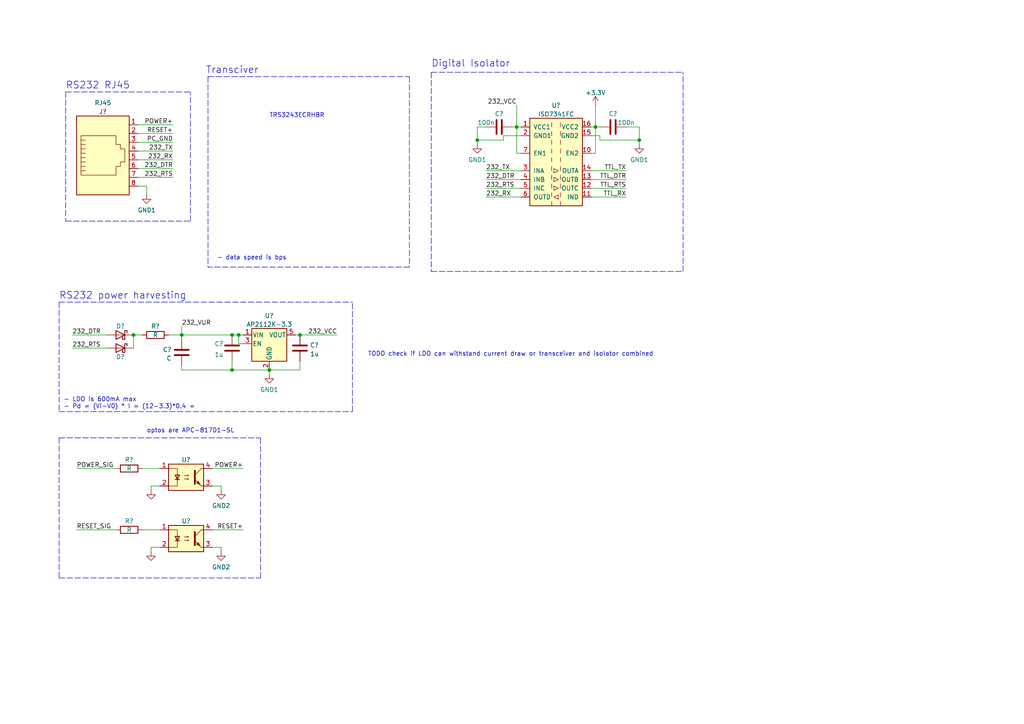
<source format=kicad_sch>
(kicad_sch (version 20211123) (generator eeschema)
  (paper "A4")
  (lib_symbols
    (symbol "Connector:RJ45" (pin_names (offset 1.016))
      (property "Reference" "J" (at -5.08 13.97 0))
      (property "Value" "RJ45" (at 2.54 13.97 0))
      (symbol "RJ45_0_1"
        (polyline (pts (xy -5.08 4.445) (xy -6.35 4.445)))
        (polyline (pts (xy -5.08 5.715) (xy -6.35 5.715)))
        (polyline (pts (xy -6.35 -3.175) (xy -5.08 -3.175) (xy -5.08 -3.175)))
        (polyline (pts (xy -6.35 -1.905) (xy -5.08 -1.905) (xy -5.08 -1.905)))
        (polyline (pts (xy -6.35 -0.635) (xy -5.08 -0.635) (xy -5.08 -0.635)))
        (polyline (pts (xy -6.35 0.635) (xy -5.08 0.635) (xy -5.08 0.635)))
        (polyline (pts (xy -6.35 1.905) (xy -5.08 1.905) (xy -5.08 1.905)))
        (polyline (pts (xy -5.08 3.175) (xy -6.35 3.175) (xy -6.35 3.175)))
        (polyline (pts (xy -6.35 -4.445) (xy -6.35 6.985) (xy 3.81 6.985) (xy 3.81 4.445) (xy 5.08 4.445) (xy 5.08 3.175) (xy 6.35 3.175) (xy 6.35 -0.635) (xy 5.08 -0.635) (xy 5.08 -1.905) (xy 3.81 -1.905) (xy 3.81 -4.445) (xy -6.35 -4.445) (xy -6.35 -4.445)))
        (rectangle (start 7.62 12.7) (end -7.62 -10.16) (stroke (width 0.254)) (fill (type background)))
      )
      (symbol "RJ45_1_1"
        (pin passive line (at 10.16 -7.62 180) (length 2.54) (name "~") (number "1"))
        (pin passive line (at 10.16 -5.08 180) (length 2.54) (name "~") (number "2"))
        (pin passive line (at 10.16 -2.54 180) (length 2.54) (name "~") (number "3"))
        (pin passive line (at 10.16 0 180) (length 2.54) (name "~") (number "4"))
        (pin passive line (at 10.16 2.54 180) (length 2.54) (name "~") (number "5"))
        (pin passive line (at 10.16 5.08 180) (length 2.54) (name "~") (number "6"))
        (pin passive line (at 10.16 7.62 180) (length 2.54) (name "~") (number "7"))
        (pin passive line (at 10.16 10.16 180) (length 2.54) (name "~") (number "8"))
      )
    )
    (symbol "Device:C" (pin_numbers hide) (pin_names (offset 0.254))
      (property "Reference" "C" (at 0.635 2.54 0))
      (property "Value" "C" (at 0.635 -2.54 0))
      (symbol "C_0_1"
        (polyline (pts (xy -2.032 -0.762) (xy 2.032 -0.762)) (stroke (width 0.508)))
        (polyline (pts (xy -2.032 0.762) (xy 2.032 0.762)) (stroke (width 0.508)))
      )
      (symbol "C_1_1"
        (pin passive line (at 0 3.81 270) (length 2.794) (name "~") (number "1"))
        (pin passive line (at 0 -3.81 90) (length 2.794) (name "~") (number "2"))
      )
    )
    (symbol "Device:D_Schottky" (pin_numbers hide) (pin_names (offset 1.016) hide)
      (property "Reference" "D" (at 0 2.54 0))
      (property "Value" "D_Schottky" (at 0 -2.54 0))
      (symbol "D_Schottky_0_1"
        (polyline (pts (xy 1.27 0) (xy -1.27 0)))
        (polyline (pts (xy 1.27 1.27) (xy 1.27 -1.27) (xy -1.27 0) (xy 1.27 1.27)) (stroke (width 0.254)))
        (polyline (pts (xy -1.905 0.635) (xy -1.905 1.27) (xy -1.27 1.27) (xy -1.27 -1.27) (xy -0.635 -1.27) (xy -0.635 -0.635)) (stroke (width 0.254)))
      )
      (symbol "D_Schottky_1_1"
        (pin passive line (at -3.81 0 0) (length 2.54) (name "K") (number "1"))
        (pin passive line (at 3.81 0 180) (length 2.54) (name "A") (number "2"))
      )
    )
    (symbol "Device:R" (pin_numbers hide) (pin_names (offset 0))
      (property "Reference" "R" (at 2.032 0 90))
      (property "Value" "R" (at 0 0 90))
      (symbol "R_0_1"
        (rectangle (start -1.016 -2.54) (end 1.016 2.54) (stroke (width 0.254)))
      )
      (symbol "R_1_1"
        (pin passive line (at 0 3.81 270) (length 1.27) (name "~") (number "1"))
        (pin passive line (at 0 -3.81 90) (length 1.27) (name "~") (number "2"))
      )
    )
    (symbol "Isolator:ISO7341FC" (pin_names (offset 1.016))
      (property "Reference" "U" (at 0 15.875 0))
      (property "Value" "ISO7341FC" (at 0 13.97 0))
      (symbol "ISO7341FC_0_1"
        (rectangle (start -7.62 12.7) (end 7.62 -12.7) (stroke (width 0.254)) (fill (type background)))
        (polyline (pts (xy -1.27 -11.43) (xy -1.27 -12.7)))
        (polyline (pts (xy -1.27 -8.89) (xy -1.27 -10.16)))
        (polyline (pts (xy -1.27 -6.35) (xy -1.27 -7.62)))
        (polyline (pts (xy -1.27 -3.81) (xy -1.27 -5.08)))
        (polyline (pts (xy -1.27 -1.27) (xy -1.27 -2.54)))
        (polyline (pts (xy -1.27 1.27) (xy -1.27 0)))
        (polyline (pts (xy -1.27 3.81) (xy -1.27 2.54)))
        (polyline (pts (xy -1.27 6.35) (xy -1.27 5.08)))
        (polyline (pts (xy -1.27 8.89) (xy -1.27 7.62)))
        (polyline (pts (xy -1.27 11.43) (xy -1.27 10.16)))
        (polyline (pts (xy 1.27 -11.43) (xy 1.27 -12.7)))
        (polyline (pts (xy 1.27 -8.89) (xy 1.27 -10.16)))
        (polyline (pts (xy 1.27 -6.35) (xy 1.27 -7.62)))
        (polyline (pts (xy 1.27 -3.81) (xy 1.27 -5.08)))
        (polyline (pts (xy 1.27 -1.27) (xy 1.27 -2.54)))
        (polyline (pts (xy 1.27 1.27) (xy 1.27 0)))
        (polyline (pts (xy 1.27 3.81) (xy 1.27 2.54)))
        (polyline (pts (xy 1.27 6.35) (xy 1.27 5.08)))
        (polyline (pts (xy 1.27 8.89) (xy 1.27 7.62)))
        (polyline (pts (xy 1.27 11.43) (xy 1.27 10.16)))
        (polyline (pts (xy -0.635 -10.16) (xy 0.635 -9.525) (xy 0.635 -10.795) (xy -0.635 -10.16)))
        (polyline (pts (xy -0.635 -6.985) (xy -0.635 -8.255) (xy 0.635 -7.62) (xy -0.635 -6.985)))
        (polyline (pts (xy -0.635 -4.445) (xy -0.635 -5.715) (xy 0.635 -5.08) (xy -0.635 -4.445)))
        (polyline (pts (xy -0.635 -1.905) (xy -0.635 -3.175) (xy 0.635 -2.54) (xy -0.635 -1.905)))
      )
      (symbol "ISO7341FC_1_1"
        (pin power_in line (at -10.16 10.16 0) (length 2.54) (name "VCC1") (number "1"))
        (pin input line (at 10.16 2.54 180) (length 2.54) (name "EN2") (number "10"))
        (pin input line (at 10.16 -10.16 180) (length 2.54) (name "IND") (number "11"))
        (pin output line (at 10.16 -7.62 180) (length 2.54) (name "OUTC") (number "12"))
        (pin output line (at 10.16 -5.08 180) (length 2.54) (name "OUTB") (number "13"))
        (pin output line (at 10.16 -2.54 180) (length 2.54) (name "OUTA") (number "14"))
        (pin power_in line (at 10.16 7.62 180) (length 2.54) (name "GND2") (number "15"))
        (pin power_in line (at 10.16 10.16 180) (length 2.54) (name "VCC2") (number "16"))
        (pin power_in line (at -10.16 7.62 0) (length 2.54) (name "GND1") (number "2"))
        (pin input line (at -10.16 -2.54 0) (length 2.54) (name "INA") (number "3"))
        (pin input line (at -10.16 -5.08 0) (length 2.54) (name "INB") (number "4"))
        (pin input line (at -10.16 -7.62 0) (length 2.54) (name "INC") (number "5"))
        (pin output line (at -10.16 -10.16 0) (length 2.54) (name "OUTD") (number "6"))
        (pin input line (at -10.16 2.54 0) (length 2.54) (name "EN1") (number "7"))
        (pin passive line (at -10.16 7.62 0) (length 2.54) hide (name "GND1") (number "8"))
        (pin passive line (at 10.16 7.62 180) (length 2.54) hide (name "GND2") (number "9"))
      )
    )
    (symbol "Isolator:PC817" (pin_names (offset 1.016))
      (property "Reference" "U" (at -5.08 5.08 0))
      (property "Value" "PC817" (at 0 5.08 0))
      (symbol "PC817_0_1"
        (rectangle (start -5.08 3.81) (end 5.08 -3.81) (stroke (width 0.254)) (fill (type background)))
        (polyline (pts (xy -3.175 -0.635) (xy -1.905 -0.635)) (stroke (width 0.254)))
        (polyline (pts (xy 2.54 0.635) (xy 4.445 2.54)))
        (polyline (pts (xy 4.445 -2.54) (xy 2.54 -0.635)) (fill (type outline)))
        (polyline (pts (xy 4.445 -2.54) (xy 5.08 -2.54)))
        (polyline (pts (xy 4.445 2.54) (xy 5.08 2.54)))
        (polyline (pts (xy -5.08 2.54) (xy -2.54 2.54) (xy -2.54 -0.635)))
        (polyline (pts (xy -2.54 -0.635) (xy -2.54 -2.54) (xy -5.08 -2.54)))
        (polyline (pts (xy 2.54 1.905) (xy 2.54 -1.905) (xy 2.54 -1.905)) (stroke (width 0.508)))
        (polyline (pts (xy -2.54 -0.635) (xy -3.175 0.635) (xy -1.905 0.635) (xy -2.54 -0.635)) (stroke (width 0.254)))
        (polyline (pts (xy -0.508 -0.508) (xy 0.762 -0.508) (xy 0.381 -0.635) (xy 0.381 -0.381) (xy 0.762 -0.508)))
        (polyline (pts (xy -0.508 0.508) (xy 0.762 0.508) (xy 0.381 0.381) (xy 0.381 0.635) (xy 0.762 0.508)))
        (polyline (pts (xy 3.048 -1.651) (xy 3.556 -1.143) (xy 4.064 -2.159) (xy 3.048 -1.651) (xy 3.048 -1.651)) (fill (type outline)))
      )
      (symbol "PC817_1_1"
        (pin passive line (at -7.62 2.54 0) (length 2.54) (name "~") (number "1"))
        (pin passive line (at -7.62 -2.54 0) (length 2.54) (name "~") (number "2"))
        (pin passive line (at 7.62 -2.54 180) (length 2.54) (name "~") (number "3"))
        (pin passive line (at 7.62 2.54 180) (length 2.54) (name "~") (number "4"))
      )
    )
    (symbol "Regulator_Linear:AP2112K-3.3" (pin_names (offset 0.254))
      (property "Reference" "U" (at -5.08 5.715 0))
      (property "Value" "AP2112K-3.3" (at 0 5.715 0))
      (symbol "AP2112K-3.3_0_1"
        (rectangle (start -5.08 4.445) (end 5.08 -5.08) (stroke (width 0.254)) (fill (type background)))
      )
      (symbol "AP2112K-3.3_1_1"
        (pin power_in line (at -7.62 2.54 0) (length 2.54) (name "VIN") (number "1"))
        (pin power_in line (at 0 -7.62 90) (length 2.54) (name "GND") (number "2"))
        (pin input line (at -7.62 0 0) (length 2.54) (name "EN") (number "3"))
        (pin no_connect line (at 5.08 0 180) (length 2.54) hide (name "NC") (number "4"))
        (pin power_out line (at 7.62 2.54 180) (length 2.54) (name "VOUT") (number "5"))
      )
    )
    (symbol "power:+3.3V" (power) (pin_names (offset 0))
      (property "Value" "+3.3V" (at 0 3.556 0))
      (symbol "+3.3V_0_1"
        (polyline (pts (xy -0.762 1.27) (xy 0 2.54)))
        (polyline (pts (xy 0 0) (xy 0 2.54)))
        (polyline (pts (xy 0 2.54) (xy 0.762 1.27)))
      )
      (symbol "+3.3V_1_1"
        (pin power_in line (at 0 0 90) (length 0) hide (name "+3.3V") (number "1"))
      )
    )
    (symbol "power:GND" (power) (pin_names (offset 0))
      (property "Value" "GND" (at 0 -3.81 0))
      (symbol "GND_0_1"
        (polyline (pts (xy 0 0) (xy 0 -1.27) (xy 1.27 -1.27) (xy 0 -2.54) (xy -1.27 -1.27) (xy 0 -1.27)))
      )
      (symbol "GND_1_1"
        (pin power_in line (at 0 0 270) (length 0) hide (name "GND") (number "1"))
      )
    )
    (symbol "power:GND1" (power) (pin_names (offset 0))
      (property "Value" "GND1" (at 0 -3.81 0))
      (symbol "GND1_0_1"
        (polyline (pts (xy 0 0) (xy 0 -1.27) (xy 1.27 -1.27) (xy 0 -2.54) (xy -1.27 -1.27) (xy 0 -1.27)))
      )
      (symbol "GND1_1_1"
        (pin power_in line (at 0 0 270) (length 0) hide (name "GND1") (number "1"))
      )
    )
    (symbol "power:GND2" (power) (pin_names (offset 0))
      (property "Value" "GND2" (at 0 -3.81 0))
      (symbol "GND2_0_1"
        (polyline (pts (xy 0 0) (xy 0 -1.27) (xy 1.27 -1.27) (xy 0 -2.54) (xy -1.27 -1.27) (xy 0 -1.27)))
      )
      (symbol "GND2_1_1"
        (pin power_in line (at 0 0 270) (length 0) hide (name "GND2") (number "1"))
      )
    )
  )
  (junction (at 38.735 97.155))
  (junction (at 185.42 40.64))
  (junction (at 78.105 107.315))
  (junction (at 172.72 36.83))
  (junction (at 149.86 36.83))
  (junction (at 138.43 40.64))
  (junction (at 67.31 107.315))
  (junction (at 86.995 97.155))
  (junction (at 67.31 97.155))
  (junction (at 69.215 97.155))
  (junction (at 52.705 97.155))
  (polyline (pts (xy 17.145 127) (xy 75.565 127)))
  (wire (pts (xy 41.275 97.155) (xy 38.735 97.155)))
  (wire (pts (xy 43.815 158.75) (xy 46.355 158.75)))
  (wire (pts (xy 146.05 39.37) (xy 146.05 40.64)))
  (wire (pts (xy 43.815 158.75) (xy 43.815 160.02)))
  (wire (pts (xy 50.165 46.355) (xy 40.005 46.355)))
  (wire (pts (xy 151.13 39.37) (xy 146.05 39.37)))
  (wire (pts (xy 172.72 30.48) (xy 172.72 36.83)))
  (wire (pts (xy 31.115 97.155) (xy 20.955 97.155)))
  (wire (pts (xy 85.725 97.155) (xy 86.995 97.155)))
  (wire (pts (xy 171.45 54.61) (xy 181.61 54.61)))
  (wire (pts (xy 64.135 140.97) (xy 64.135 142.24)))
  (wire (pts (xy 69.215 99.695) (xy 70.485 99.695)))
  (wire (pts (xy 138.43 40.64) (xy 138.43 36.83)))
  (wire (pts (xy 40.005 51.435) (xy 50.165 51.435)))
  (polyline (pts (xy 118.745 77.47) (xy 60.325 77.47)))
  (polyline (pts (xy 102.235 119.38) (xy 102.235 87.63)))
  (wire (pts (xy 149.86 36.83) (xy 151.13 36.83)))
  (wire (pts (xy 138.43 36.83) (xy 140.97 36.83)))
  (wire (pts (xy 173.99 39.37) (xy 173.99 40.64)))
  (wire (pts (xy 149.86 44.45) (xy 151.13 44.45)))
  (wire (pts (xy 171.45 36.83) (xy 172.72 36.83)))
  (wire (pts (xy 138.43 40.64) (xy 146.05 40.64)))
  (wire (pts (xy 64.135 158.75) (xy 64.135 160.02)))
  (wire (pts (xy 78.105 107.315) (xy 86.995 107.315)))
  (polyline (pts (xy 60.325 22.225) (xy 118.745 22.225)))
  (wire (pts (xy 86.995 97.155) (xy 97.79 97.155)))
  (wire (pts (xy 151.13 49.53) (xy 140.97 49.53)))
  (polyline (pts (xy 17.145 127) (xy 17.145 167.64)))
  (wire (pts (xy 41.275 135.89) (xy 46.355 135.89)))
  (wire (pts (xy 22.225 135.89) (xy 33.655 135.89)))
  (wire (pts (xy 61.595 158.75) (xy 64.135 158.75)))
  (wire (pts (xy 46.355 140.97) (xy 43.815 140.97)))
  (wire (pts (xy 172.72 36.83) (xy 172.72 44.45)))
  (wire (pts (xy 50.165 36.195) (xy 40.005 36.195)))
  (wire (pts (xy 86.995 104.775) (xy 86.995 107.315)))
  (polyline (pts (xy 17.145 87.63) (xy 102.235 87.63)))
  (wire (pts (xy 50.165 38.735) (xy 40.005 38.735)))
  (polyline (pts (xy 125.095 20.955) (xy 198.12 20.955)))
  (wire (pts (xy 52.705 97.155) (xy 48.895 97.155)))
  (wire (pts (xy 149.86 30.48) (xy 149.86 36.83)))
  (wire (pts (xy 67.31 97.155) (xy 69.215 97.155)))
  (wire (pts (xy 52.705 94.615) (xy 52.705 97.155)))
  (wire (pts (xy 185.42 40.64) (xy 185.42 36.83)))
  (polyline (pts (xy 19.05 64.135) (xy 55.245 64.135)))
  (wire (pts (xy 69.215 97.155) (xy 69.215 99.695)))
  (polyline (pts (xy 125.095 20.955) (xy 125.095 78.74)))
  (polyline (pts (xy 17.145 167.64) (xy 75.565 167.64)))
  (wire (pts (xy 50.165 43.815) (xy 40.005 43.815)))
  (wire (pts (xy 61.595 153.67) (xy 70.485 153.67)))
  (wire (pts (xy 61.595 140.97) (xy 64.135 140.97)))
  (wire (pts (xy 31.115 100.965) (xy 20.955 100.965)))
  (wire (pts (xy 42.545 53.975) (xy 42.545 56.515)))
  (wire (pts (xy 52.705 97.155) (xy 67.31 97.155)))
  (wire (pts (xy 181.61 57.15) (xy 171.45 57.15)))
  (wire (pts (xy 52.705 97.155) (xy 52.705 98.425)))
  (wire (pts (xy 38.735 97.155) (xy 38.735 100.965)))
  (wire (pts (xy 43.815 140.97) (xy 43.815 142.24)))
  (wire (pts (xy 149.86 36.83) (xy 149.86 44.45)))
  (wire (pts (xy 67.31 107.315) (xy 78.105 107.315)))
  (wire (pts (xy 151.13 57.15) (xy 140.97 57.15)))
  (wire (pts (xy 41.275 153.67) (xy 46.355 153.67)))
  (wire (pts (xy 22.225 153.67) (xy 33.655 153.67)))
  (wire (pts (xy 148.59 36.83) (xy 149.86 36.83)))
  (wire (pts (xy 50.165 41.275) (xy 40.005 41.275)))
  (polyline (pts (xy 198.12 78.74) (xy 198.12 20.955)))
  (wire (pts (xy 172.72 44.45) (xy 171.45 44.45)))
  (wire (pts (xy 78.105 107.315) (xy 78.105 108.585)))
  (wire (pts (xy 61.595 135.89) (xy 70.485 135.89)))
  (polyline (pts (xy 17.145 87.63) (xy 17.145 119.38)))
  (wire (pts (xy 185.42 41.91) (xy 185.42 40.64)))
  (polyline (pts (xy 19.05 26.67) (xy 19.05 64.135)))
  (wire (pts (xy 67.31 104.775) (xy 67.31 107.315)))
  (wire (pts (xy 138.43 41.91) (xy 138.43 40.64)))
  (wire (pts (xy 40.005 48.895) (xy 50.165 48.895)))
  (polyline (pts (xy 125.095 78.74) (xy 198.12 78.74)))
  (wire (pts (xy 185.42 36.83) (xy 181.61 36.83)))
  (wire (pts (xy 140.97 54.61) (xy 151.13 54.61)))
  (wire (pts (xy 181.61 49.53) (xy 171.45 49.53)))
  (wire (pts (xy 70.485 97.155) (xy 69.215 97.155)))
  (polyline (pts (xy 75.565 167.64) (xy 75.565 127)))
  (wire (pts (xy 40.005 53.975) (xy 42.545 53.975)))
  (wire (pts (xy 140.97 52.07) (xy 151.13 52.07)))
  (polyline (pts (xy 19.05 26.67) (xy 55.245 26.67)))
  (polyline (pts (xy 60.325 22.225) (xy 60.325 77.47)))
  (wire (pts (xy 172.72 36.83) (xy 173.99 36.83)))
  (wire (pts (xy 171.45 52.07) (xy 181.61 52.07)))
  (polyline (pts (xy 17.145 119.38) (xy 102.235 119.38)))
  (wire (pts (xy 52.705 107.315) (xy 67.31 107.315)))
  (polyline (pts (xy 118.745 22.225) (xy 118.745 77.47)))
  (polyline (pts (xy 55.245 64.135) (xy 55.245 26.67)))
  (wire (pts (xy 173.99 40.64) (xy 185.42 40.64)))
  (wire (pts (xy 171.45 39.37) (xy 173.99 39.37)))
  (wire (pts (xy 52.705 106.045) (xy 52.705 107.315)))
  (text "- data speed is bps" (at 62.865 75.565 0) (effects (font (size 1.27 1.27)) (justify left bottom)))
  (text "Digital Isolator" (at 125.095 19.685 0) (effects (font (size 2 2)) (justify left bottom)))
  (text "optos are APC-817D1-SL" (at 42.545 125.73 0) (effects (font (size 1.27 1.27)) (justify left bottom)))
  (text "RS232 RJ45" (at 19.05 26.035 0) (effects (font (size 2 2)) (justify left bottom)))
  (text "RS232 power harvesting" (at 17.145 86.995 0) (effects (font (size 2 2)) (justify left bottom)))
  (text "Transciver" (at 59.69 21.59 0) (effects (font (size 2 2)) (justify left bottom)))
  (text "TODO check if LDO can withstand current draw or transceiver and isolator combined" (at 106.68 103.505 0) (effects (font (size 1.27 1.27)) (justify left bottom)))
  (text "TRS3243ECRHBR" (at 78.105 34.29 0) (effects (font (size 1.27 1.27)) (justify left bottom)))
  (text "- LDO is 600mA max\n- Pd = (Vi-V0) * I = (12-3.3)*0.4 = " (at 18.415 118.745 0) (effects (font (size 1.27 1.27)) (justify left bottom)))
  (label "232_RTS" (at 140.97 54.61 0))
  (label "TTL_RTS" (at 181.61 54.61 180))
  (label "232_RTS" (at 50.165 51.435 180))
  (label "RESET+" (at 70.485 153.67 180))
  (label "POWER+" (at 50.165 36.195 180))
  (label "232_DTR" (at 20.955 97.155 0))
  (label "232_RX" (at 140.97 57.15 0))
  (label "232_RX" (at 50.165 46.355 180))
  (label "RESET_SIG" (at 22.225 153.67 0))
  (label "PC_GND" (at 50.165 41.275 180))
  (label "232_DTR" (at 140.97 52.07 0))
  (label "232_VCC" (at 97.79 97.155 180))
  (label "RESET+" (at 50.165 38.735 180))
  (label "POWER_SIG" (at 22.225 135.89 0))
  (label "232_TX" (at 50.165 43.815 180))
  (label "TTL_RX" (at 181.61 57.15 180))
  (label "232_DTR" (at 50.165 48.895 180))
  (label "POWER+" (at 70.485 135.89 180))
  (label "TTL_DTR" (at 181.61 52.07 180))
  (label "232_RTS" (at 20.955 100.965 0))
  (label "232_VUR" (at 52.705 94.615 0))
  (label "TTL_TX" (at 181.61 49.53 180))
  (label "232_VCC" (at 149.86 30.48 180))
  (label "232_TX" (at 140.97 49.53 0))
  (symbol (lib_id "power:GND") (at 43.815 160.02 0) (unit 1)
    (property "Reference" "#PWR?" (effects hide))
    (property "Value" "GND" (effects hide))
  )
  (symbol (lib_id "Regulator_Linear:AP2112K-3.3") (at 78.105 99.695 0) (unit 1)
    (property "Reference" "U?" (at 78.105 91.5502 0))
    (property "Value" "AP2112K-3.3" (at 78.105 94.0871 0))
    (property "Footprint" "Package_TO_SOT_SMD:SOT-23-5" (effects hide))
    (property "Datasheet" "https://www.diodes.com/assets/Datasheets/AP2112.pdf" (effects hide))
  )
  (symbol (lib_id "Device:R") (at 45.085 97.155 270) (mirror x) (unit 1)
    (property "Reference" "R?" (at 45.085 94.615 90))
    (property "Value" "R" (at 45.085 97.155 90))
  )
  (symbol (lib_id "Device:C") (at 86.995 100.965 0) (unit 1)
    (property "Reference" "C?" (at 89.916 100.1303 0) (effects (justify left)))
    (property "Value" "1u" (at 89.916 102.6672 0) (effects (justify left)))
    (property "Footprint" "Capacitor_SMD:C_0603_1608Metric" (effects hide))
  )
  (symbol (lib_id "power:GND1") (at 138.43 41.91 0) (mirror y) (unit 1)
    (property "Reference" "#PWR?" (effects hide))
    (property "Value" "GND1" (at 138.43 46.3534 0))
  )
  (symbol (lib_id "power:GND1") (at 78.105 108.585 0) (mirror y) (unit 1)
    (property "Reference" "#PWR?" (effects hide))
    (property "Value" "GND1" (at 78.105 113.0284 0))
  )
  (symbol (lib_id "Isolator:PC817") (at 53.975 156.21 0) (unit 1)
    (property "Reference" "U?" (at 53.975 151.13 0))
    (property "Value" "PC817" (effects hide))
    (property "Footprint" "Package_DIP:DIP-4_W7.62mm" (effects hide))
    (property "Datasheet" "http://www.soselectronic.cz/a_info/resource/d/pc817.pdf" (effects hide))
  )
  (symbol (lib_id "power:GND") (at 43.815 142.24 0) (unit 1)
    (property "Reference" "#PWR?" (effects hide))
    (property "Value" "GND" (effects hide))
  )
  (symbol (lib_id "power:GND1") (at 42.545 56.515 0) (mirror y) (unit 1)
    (property "Reference" "#PWR?" (effects hide))
    (property "Value" "GND1" (at 42.545 60.9584 0))
  )
  (symbol (lib_id "Isolator:PC817") (at 53.975 138.43 0) (unit 1)
    (property "Reference" "U?" (at 53.975 133.35 0))
    (property "Value" "PC817" (effects hide))
    (property "Footprint" "Package_DIP:DIP-4_W7.62mm" (effects hide))
    (property "Datasheet" "http://www.soselectronic.cz/a_info/resource/d/pc817.pdf" (effects hide))
  )
  (symbol (lib_id "Device:C") (at 67.31 100.965 0) (unit 1)
    (property "Reference" "C?" (at 62.23 99.695 0) (effects (justify left)))
    (property "Value" "1u" (at 62.23 102.87 0) (effects (justify left)))
    (property "Footprint" "Capacitor_SMD:C_0603_1608Metric" (effects hide))
  )
  (symbol (lib_id "Device:C") (at 52.705 102.235 0) (mirror y) (unit 1)
    (property "Reference" "C?" (at 49.784 101.4003 0) (effects (justify left)))
    (property "Value" "C" (at 49.784 103.9372 0) (effects (justify left)))
  )
  (symbol (lib_id "Device:C") (at 177.8 36.83 270) (unit 1)
    (property "Reference" "C?" (at 177.8 33.02 90))
    (property "Value" "100n" (at 181.61 35.56 90))
  )
  (symbol (lib_id "power:GND2") (at 64.135 142.24 0) (unit 1)
    (property "Reference" "#PWR?" (effects hide))
    (property "Value" "GND2" (at 64.135 146.6834 0))
  )
  (symbol (lib_id "Device:D_Schottky") (at 34.925 100.965 0) (mirror y) (unit 1)
    (property "Reference" "D?" (at 34.925 103.505 0))
    (property "Value" "D_Schottky" (effects hide))
  )
  (symbol (lib_id "Device:D_Schottky") (at 34.925 97.155 0) (mirror y) (unit 1)
    (property "Reference" "D?" (at 34.925 94.615 0))
    (property "Value" "D_Schottky" (effects hide))
  )
  (symbol (lib_id "Device:R") (at 37.465 153.67 90) (unit 1)
    (property "Reference" "R?" (at 37.465 151.13 90))
    (property "Value" "R" (at 37.465 153.67 90))
  )
  (symbol (lib_id "Connector:RJ45") (at 29.845 43.815 0) (mirror x) (unit 1)
    (property "Reference" "J?" (at 29.845 32.3819 0))
    (property "Value" "RJ45" (at 29.845 29.845 0))
  )
  (symbol (lib_id "power:GND1") (at 185.42 41.91 0) (mirror y) (unit 1)
    (property "Reference" "#PWR?" (effects hide))
    (property "Value" "GND1" (at 185.42 46.3534 0))
  )
  (symbol (lib_id "Device:R") (at 37.465 135.89 90) (unit 1)
    (property "Reference" "R?" (at 37.465 133.35 90))
    (property "Value" "R" (at 37.465 135.89 90))
  )
  (symbol (lib_id "power:+3.3V") (at 172.72 30.48 0) (unit 1)
    (property "Reference" "#PWR?" (effects hide))
    (property "Value" "+3.3V" (at 172.72 26.9042 0))
  )
  (symbol (lib_id "Device:C") (at 144.78 36.83 270) (unit 1)
    (property "Reference" "C?" (at 144.78 33.02 90))
    (property "Value" "100n" (at 140.97 35.56 90))
  )
  (symbol (lib_id "Isolator:ISO7341FC") (at 161.29 46.99 0) (unit 1)
    (property "Reference" "U?" (at 161.29 30.5902 0))
    (property "Value" "ISO7341FC" (at 161.29 33.1271 0))
    (property "Footprint" "Package_SO:SOIC-16W_7.5x10.3mm_P1.27mm" (effects hide))
    (property "Datasheet" "http://www.ti.com/general/docs/lit/getliterature.tsp?genericPartNumber=iso7341fc&fileType=pdf" (effects hide))
  )
  (symbol (lib_id "power:GND2") (at 64.135 160.02 0) (unit 1)
    (property "Reference" "#PWR?" (effects hide))
    (property "Value" "GND2" (at 64.135 164.4634 0))
  )
)
</source>
